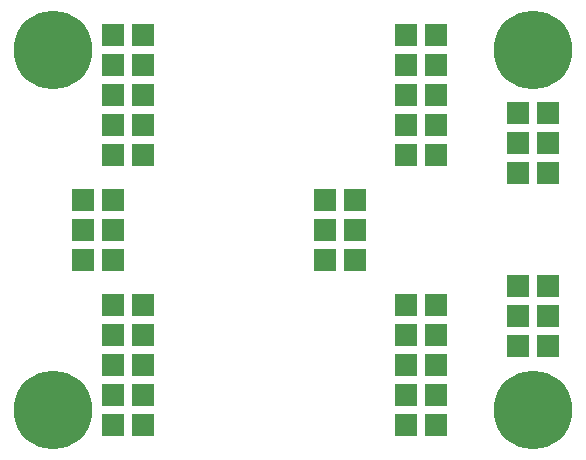
<source format=gbr>
G75*
G70*
%OFA0B0*%
%FSLAX24Y24*%
%IPPOS*%
%LPD*%
%AMOC8*
5,1,8,0,0,1.08239X$1,22.5*
%
%ADD10R,0.0730X0.0730*%
%ADD11C,0.2620*%
D10*
X004088Y005413D03*
X005088Y005413D03*
X005088Y006413D03*
X004088Y006413D03*
X004088Y007413D03*
X005088Y007413D03*
X005088Y008413D03*
X004088Y008413D03*
X004088Y009413D03*
X005088Y009413D03*
X004088Y010913D03*
X003088Y010913D03*
X003088Y011913D03*
X004088Y011913D03*
X004088Y012913D03*
X003088Y012913D03*
X004088Y014413D03*
X005088Y014413D03*
X005088Y015413D03*
X004088Y015413D03*
X004088Y016413D03*
X005088Y016413D03*
X005088Y017413D03*
X004088Y017413D03*
X004088Y018413D03*
X005088Y018413D03*
X011150Y012913D03*
X012150Y012913D03*
X012150Y011913D03*
X011150Y011913D03*
X011150Y010913D03*
X012150Y010913D03*
X013838Y009413D03*
X014838Y009413D03*
X014838Y008413D03*
X013838Y008413D03*
X013838Y007413D03*
X014838Y007413D03*
X014838Y006413D03*
X013838Y006413D03*
X013838Y005413D03*
X014838Y005413D03*
X017588Y008038D03*
X018588Y008038D03*
X018588Y009038D03*
X017588Y009038D03*
X017588Y010038D03*
X018588Y010038D03*
X018588Y013788D03*
X017588Y013788D03*
X017588Y014788D03*
X018588Y014788D03*
X018588Y015788D03*
X017588Y015788D03*
X014838Y015413D03*
X013838Y015413D03*
X013838Y016413D03*
X014838Y016413D03*
X014838Y017413D03*
X013838Y017413D03*
X013838Y018413D03*
X014838Y018413D03*
X014838Y014413D03*
X013838Y014413D03*
D11*
X018088Y017913D03*
X018088Y005913D03*
X002088Y005913D03*
X002088Y017913D03*
M02*

</source>
